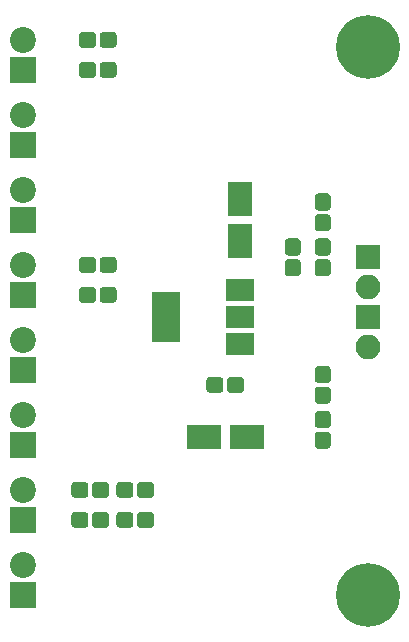
<source format=gts>
G04 #@! TF.GenerationSoftware,KiCad,Pcbnew,(6.0.0-rc1-dev)*
G04 #@! TF.CreationDate,2018-08-10T23:28:26+02:00*
G04 #@! TF.ProjectId,sender,73656E6465722E6B696361645F706362,rev?*
G04 #@! TF.SameCoordinates,PX6ed25c8PY45a45e8*
G04 #@! TF.FileFunction,Soldermask,Top*
G04 #@! TF.FilePolarity,Negative*
%FSLAX46Y46*%
G04 Gerber Fmt 4.6, Leading zero omitted, Abs format (unit mm)*
G04 Created by KiCad (PCBNEW (6.0.0-rc1-dev)) date Fri Aug 10 23:28:26 2018*
%MOMM*%
%LPD*%
G01*
G04 APERTURE LIST*
%ADD10C,5.400000*%
%ADD11C,0.100000*%
%ADD12C,1.350000*%
%ADD13R,3.000000X2.000000*%
%ADD14R,2.000000X3.000000*%
%ADD15O,2.100000X2.100000*%
%ADD16R,2.100000X2.100000*%
%ADD17C,2.200000*%
%ADD18R,2.200000X2.200000*%
%ADD19R,2.400000X4.200000*%
%ADD20R,2.400000X1.900000*%
G04 APERTURE END LIST*
D10*
G04 #@! TO.C,REF\002A\002A*
X32385000Y-50165000D03*
G04 #@! TD*
D11*
G04 #@! TO.C,D10*
G36*
X28945581Y-36346625D02*
X28978343Y-36351485D01*
X29010471Y-36359533D01*
X29041656Y-36370691D01*
X29071596Y-36384852D01*
X29100005Y-36401879D01*
X29126608Y-36421609D01*
X29151149Y-36443851D01*
X29173391Y-36468392D01*
X29193121Y-36494995D01*
X29210148Y-36523404D01*
X29224309Y-36553344D01*
X29235467Y-36584529D01*
X29243515Y-36616657D01*
X29248375Y-36649419D01*
X29250000Y-36682500D01*
X29250000Y-37457500D01*
X29248375Y-37490581D01*
X29243515Y-37523343D01*
X29235467Y-37555471D01*
X29224309Y-37586656D01*
X29210148Y-37616596D01*
X29193121Y-37645005D01*
X29173391Y-37671608D01*
X29151149Y-37696149D01*
X29126608Y-37718391D01*
X29100005Y-37738121D01*
X29071596Y-37755148D01*
X29041656Y-37769309D01*
X29010471Y-37780467D01*
X28978343Y-37788515D01*
X28945581Y-37793375D01*
X28912500Y-37795000D01*
X28237500Y-37795000D01*
X28204419Y-37793375D01*
X28171657Y-37788515D01*
X28139529Y-37780467D01*
X28108344Y-37769309D01*
X28078404Y-37755148D01*
X28049995Y-37738121D01*
X28023392Y-37718391D01*
X27998851Y-37696149D01*
X27976609Y-37671608D01*
X27956879Y-37645005D01*
X27939852Y-37616596D01*
X27925691Y-37586656D01*
X27914533Y-37555471D01*
X27906485Y-37523343D01*
X27901625Y-37490581D01*
X27900000Y-37457500D01*
X27900000Y-36682500D01*
X27901625Y-36649419D01*
X27906485Y-36616657D01*
X27914533Y-36584529D01*
X27925691Y-36553344D01*
X27939852Y-36523404D01*
X27956879Y-36494995D01*
X27976609Y-36468392D01*
X27998851Y-36443851D01*
X28023392Y-36421609D01*
X28049995Y-36401879D01*
X28078404Y-36384852D01*
X28108344Y-36370691D01*
X28139529Y-36359533D01*
X28171657Y-36351485D01*
X28204419Y-36346625D01*
X28237500Y-36345000D01*
X28912500Y-36345000D01*
X28945581Y-36346625D01*
X28945581Y-36346625D01*
G37*
D12*
X28575000Y-37070000D03*
D11*
G36*
X28945581Y-34596625D02*
X28978343Y-34601485D01*
X29010471Y-34609533D01*
X29041656Y-34620691D01*
X29071596Y-34634852D01*
X29100005Y-34651879D01*
X29126608Y-34671609D01*
X29151149Y-34693851D01*
X29173391Y-34718392D01*
X29193121Y-34744995D01*
X29210148Y-34773404D01*
X29224309Y-34803344D01*
X29235467Y-34834529D01*
X29243515Y-34866657D01*
X29248375Y-34899419D01*
X29250000Y-34932500D01*
X29250000Y-35707500D01*
X29248375Y-35740581D01*
X29243515Y-35773343D01*
X29235467Y-35805471D01*
X29224309Y-35836656D01*
X29210148Y-35866596D01*
X29193121Y-35895005D01*
X29173391Y-35921608D01*
X29151149Y-35946149D01*
X29126608Y-35968391D01*
X29100005Y-35988121D01*
X29071596Y-36005148D01*
X29041656Y-36019309D01*
X29010471Y-36030467D01*
X28978343Y-36038515D01*
X28945581Y-36043375D01*
X28912500Y-36045000D01*
X28237500Y-36045000D01*
X28204419Y-36043375D01*
X28171657Y-36038515D01*
X28139529Y-36030467D01*
X28108344Y-36019309D01*
X28078404Y-36005148D01*
X28049995Y-35988121D01*
X28023392Y-35968391D01*
X27998851Y-35946149D01*
X27976609Y-35921608D01*
X27956879Y-35895005D01*
X27939852Y-35866596D01*
X27925691Y-35836656D01*
X27914533Y-35805471D01*
X27906485Y-35773343D01*
X27901625Y-35740581D01*
X27900000Y-35707500D01*
X27900000Y-34932500D01*
X27901625Y-34899419D01*
X27906485Y-34866657D01*
X27914533Y-34834529D01*
X27925691Y-34803344D01*
X27939852Y-34773404D01*
X27956879Y-34744995D01*
X27976609Y-34718392D01*
X27998851Y-34693851D01*
X28023392Y-34671609D01*
X28049995Y-34651879D01*
X28078404Y-34634852D01*
X28108344Y-34620691D01*
X28139529Y-34609533D01*
X28171657Y-34601485D01*
X28204419Y-34596625D01*
X28237500Y-34595000D01*
X28912500Y-34595000D01*
X28945581Y-34596625D01*
X28945581Y-34596625D01*
G37*
D12*
X28575000Y-35320000D03*
G04 #@! TD*
D13*
G04 #@! TO.C,C4*
X22120000Y-36830000D03*
X18520000Y-36830000D03*
G04 #@! TD*
D14*
G04 #@! TO.C,C1*
X21590000Y-20215000D03*
X21590000Y-16615000D03*
G04 #@! TD*
D11*
G04 #@! TO.C,C2*
G36*
X26405581Y-19991625D02*
X26438343Y-19996485D01*
X26470471Y-20004533D01*
X26501656Y-20015691D01*
X26531596Y-20029852D01*
X26560005Y-20046879D01*
X26586608Y-20066609D01*
X26611149Y-20088851D01*
X26633391Y-20113392D01*
X26653121Y-20139995D01*
X26670148Y-20168404D01*
X26684309Y-20198344D01*
X26695467Y-20229529D01*
X26703515Y-20261657D01*
X26708375Y-20294419D01*
X26710000Y-20327500D01*
X26710000Y-21102500D01*
X26708375Y-21135581D01*
X26703515Y-21168343D01*
X26695467Y-21200471D01*
X26684309Y-21231656D01*
X26670148Y-21261596D01*
X26653121Y-21290005D01*
X26633391Y-21316608D01*
X26611149Y-21341149D01*
X26586608Y-21363391D01*
X26560005Y-21383121D01*
X26531596Y-21400148D01*
X26501656Y-21414309D01*
X26470471Y-21425467D01*
X26438343Y-21433515D01*
X26405581Y-21438375D01*
X26372500Y-21440000D01*
X25697500Y-21440000D01*
X25664419Y-21438375D01*
X25631657Y-21433515D01*
X25599529Y-21425467D01*
X25568344Y-21414309D01*
X25538404Y-21400148D01*
X25509995Y-21383121D01*
X25483392Y-21363391D01*
X25458851Y-21341149D01*
X25436609Y-21316608D01*
X25416879Y-21290005D01*
X25399852Y-21261596D01*
X25385691Y-21231656D01*
X25374533Y-21200471D01*
X25366485Y-21168343D01*
X25361625Y-21135581D01*
X25360000Y-21102500D01*
X25360000Y-20327500D01*
X25361625Y-20294419D01*
X25366485Y-20261657D01*
X25374533Y-20229529D01*
X25385691Y-20198344D01*
X25399852Y-20168404D01*
X25416879Y-20139995D01*
X25436609Y-20113392D01*
X25458851Y-20088851D01*
X25483392Y-20066609D01*
X25509995Y-20046879D01*
X25538404Y-20029852D01*
X25568344Y-20015691D01*
X25599529Y-20004533D01*
X25631657Y-19996485D01*
X25664419Y-19991625D01*
X25697500Y-19990000D01*
X26372500Y-19990000D01*
X26405581Y-19991625D01*
X26405581Y-19991625D01*
G37*
D12*
X26035000Y-20715000D03*
D11*
G36*
X26405581Y-21741625D02*
X26438343Y-21746485D01*
X26470471Y-21754533D01*
X26501656Y-21765691D01*
X26531596Y-21779852D01*
X26560005Y-21796879D01*
X26586608Y-21816609D01*
X26611149Y-21838851D01*
X26633391Y-21863392D01*
X26653121Y-21889995D01*
X26670148Y-21918404D01*
X26684309Y-21948344D01*
X26695467Y-21979529D01*
X26703515Y-22011657D01*
X26708375Y-22044419D01*
X26710000Y-22077500D01*
X26710000Y-22852500D01*
X26708375Y-22885581D01*
X26703515Y-22918343D01*
X26695467Y-22950471D01*
X26684309Y-22981656D01*
X26670148Y-23011596D01*
X26653121Y-23040005D01*
X26633391Y-23066608D01*
X26611149Y-23091149D01*
X26586608Y-23113391D01*
X26560005Y-23133121D01*
X26531596Y-23150148D01*
X26501656Y-23164309D01*
X26470471Y-23175467D01*
X26438343Y-23183515D01*
X26405581Y-23188375D01*
X26372500Y-23190000D01*
X25697500Y-23190000D01*
X25664419Y-23188375D01*
X25631657Y-23183515D01*
X25599529Y-23175467D01*
X25568344Y-23164309D01*
X25538404Y-23150148D01*
X25509995Y-23133121D01*
X25483392Y-23113391D01*
X25458851Y-23091149D01*
X25436609Y-23066608D01*
X25416879Y-23040005D01*
X25399852Y-23011596D01*
X25385691Y-22981656D01*
X25374533Y-22950471D01*
X25366485Y-22918343D01*
X25361625Y-22885581D01*
X25360000Y-22852500D01*
X25360000Y-22077500D01*
X25361625Y-22044419D01*
X25366485Y-22011657D01*
X25374533Y-21979529D01*
X25385691Y-21948344D01*
X25399852Y-21918404D01*
X25416879Y-21889995D01*
X25436609Y-21863392D01*
X25458851Y-21838851D01*
X25483392Y-21816609D01*
X25509995Y-21796879D01*
X25538404Y-21779852D01*
X25568344Y-21765691D01*
X25599529Y-21754533D01*
X25631657Y-21746485D01*
X25664419Y-21741625D01*
X25697500Y-21740000D01*
X26372500Y-21740000D01*
X26405581Y-21741625D01*
X26405581Y-21741625D01*
G37*
D12*
X26035000Y-22465000D03*
G04 #@! TD*
D11*
G04 #@! TO.C,C3*
G36*
X19865581Y-31711625D02*
X19898343Y-31716485D01*
X19930471Y-31724533D01*
X19961656Y-31735691D01*
X19991596Y-31749852D01*
X20020005Y-31766879D01*
X20046608Y-31786609D01*
X20071149Y-31808851D01*
X20093391Y-31833392D01*
X20113121Y-31859995D01*
X20130148Y-31888404D01*
X20144309Y-31918344D01*
X20155467Y-31949529D01*
X20163515Y-31981657D01*
X20168375Y-32014419D01*
X20170000Y-32047500D01*
X20170000Y-32722500D01*
X20168375Y-32755581D01*
X20163515Y-32788343D01*
X20155467Y-32820471D01*
X20144309Y-32851656D01*
X20130148Y-32881596D01*
X20113121Y-32910005D01*
X20093391Y-32936608D01*
X20071149Y-32961149D01*
X20046608Y-32983391D01*
X20020005Y-33003121D01*
X19991596Y-33020148D01*
X19961656Y-33034309D01*
X19930471Y-33045467D01*
X19898343Y-33053515D01*
X19865581Y-33058375D01*
X19832500Y-33060000D01*
X19057500Y-33060000D01*
X19024419Y-33058375D01*
X18991657Y-33053515D01*
X18959529Y-33045467D01*
X18928344Y-33034309D01*
X18898404Y-33020148D01*
X18869995Y-33003121D01*
X18843392Y-32983391D01*
X18818851Y-32961149D01*
X18796609Y-32936608D01*
X18776879Y-32910005D01*
X18759852Y-32881596D01*
X18745691Y-32851656D01*
X18734533Y-32820471D01*
X18726485Y-32788343D01*
X18721625Y-32755581D01*
X18720000Y-32722500D01*
X18720000Y-32047500D01*
X18721625Y-32014419D01*
X18726485Y-31981657D01*
X18734533Y-31949529D01*
X18745691Y-31918344D01*
X18759852Y-31888404D01*
X18776879Y-31859995D01*
X18796609Y-31833392D01*
X18818851Y-31808851D01*
X18843392Y-31786609D01*
X18869995Y-31766879D01*
X18898404Y-31749852D01*
X18928344Y-31735691D01*
X18959529Y-31724533D01*
X18991657Y-31716485D01*
X19024419Y-31711625D01*
X19057500Y-31710000D01*
X19832500Y-31710000D01*
X19865581Y-31711625D01*
X19865581Y-31711625D01*
G37*
D12*
X19445000Y-32385000D03*
D11*
G36*
X21615581Y-31711625D02*
X21648343Y-31716485D01*
X21680471Y-31724533D01*
X21711656Y-31735691D01*
X21741596Y-31749852D01*
X21770005Y-31766879D01*
X21796608Y-31786609D01*
X21821149Y-31808851D01*
X21843391Y-31833392D01*
X21863121Y-31859995D01*
X21880148Y-31888404D01*
X21894309Y-31918344D01*
X21905467Y-31949529D01*
X21913515Y-31981657D01*
X21918375Y-32014419D01*
X21920000Y-32047500D01*
X21920000Y-32722500D01*
X21918375Y-32755581D01*
X21913515Y-32788343D01*
X21905467Y-32820471D01*
X21894309Y-32851656D01*
X21880148Y-32881596D01*
X21863121Y-32910005D01*
X21843391Y-32936608D01*
X21821149Y-32961149D01*
X21796608Y-32983391D01*
X21770005Y-33003121D01*
X21741596Y-33020148D01*
X21711656Y-33034309D01*
X21680471Y-33045467D01*
X21648343Y-33053515D01*
X21615581Y-33058375D01*
X21582500Y-33060000D01*
X20807500Y-33060000D01*
X20774419Y-33058375D01*
X20741657Y-33053515D01*
X20709529Y-33045467D01*
X20678344Y-33034309D01*
X20648404Y-33020148D01*
X20619995Y-33003121D01*
X20593392Y-32983391D01*
X20568851Y-32961149D01*
X20546609Y-32936608D01*
X20526879Y-32910005D01*
X20509852Y-32881596D01*
X20495691Y-32851656D01*
X20484533Y-32820471D01*
X20476485Y-32788343D01*
X20471625Y-32755581D01*
X20470000Y-32722500D01*
X20470000Y-32047500D01*
X20471625Y-32014419D01*
X20476485Y-31981657D01*
X20484533Y-31949529D01*
X20495691Y-31918344D01*
X20509852Y-31888404D01*
X20526879Y-31859995D01*
X20546609Y-31833392D01*
X20568851Y-31808851D01*
X20593392Y-31786609D01*
X20619995Y-31766879D01*
X20648404Y-31749852D01*
X20678344Y-31735691D01*
X20709529Y-31724533D01*
X20741657Y-31716485D01*
X20774419Y-31711625D01*
X20807500Y-31710000D01*
X21582500Y-31710000D01*
X21615581Y-31711625D01*
X21615581Y-31711625D01*
G37*
D12*
X21195000Y-32385000D03*
G04 #@! TD*
D15*
G04 #@! TO.C,J2*
X32385000Y-29210000D03*
D16*
X32385000Y-26670000D03*
G04 #@! TD*
G04 #@! TO.C,J1*
X32385000Y-21590000D03*
D15*
X32385000Y-24130000D03*
G04 #@! TD*
D11*
G04 #@! TO.C,D1*
G36*
X28945581Y-16181625D02*
X28978343Y-16186485D01*
X29010471Y-16194533D01*
X29041656Y-16205691D01*
X29071596Y-16219852D01*
X29100005Y-16236879D01*
X29126608Y-16256609D01*
X29151149Y-16278851D01*
X29173391Y-16303392D01*
X29193121Y-16329995D01*
X29210148Y-16358404D01*
X29224309Y-16388344D01*
X29235467Y-16419529D01*
X29243515Y-16451657D01*
X29248375Y-16484419D01*
X29250000Y-16517500D01*
X29250000Y-17292500D01*
X29248375Y-17325581D01*
X29243515Y-17358343D01*
X29235467Y-17390471D01*
X29224309Y-17421656D01*
X29210148Y-17451596D01*
X29193121Y-17480005D01*
X29173391Y-17506608D01*
X29151149Y-17531149D01*
X29126608Y-17553391D01*
X29100005Y-17573121D01*
X29071596Y-17590148D01*
X29041656Y-17604309D01*
X29010471Y-17615467D01*
X28978343Y-17623515D01*
X28945581Y-17628375D01*
X28912500Y-17630000D01*
X28237500Y-17630000D01*
X28204419Y-17628375D01*
X28171657Y-17623515D01*
X28139529Y-17615467D01*
X28108344Y-17604309D01*
X28078404Y-17590148D01*
X28049995Y-17573121D01*
X28023392Y-17553391D01*
X27998851Y-17531149D01*
X27976609Y-17506608D01*
X27956879Y-17480005D01*
X27939852Y-17451596D01*
X27925691Y-17421656D01*
X27914533Y-17390471D01*
X27906485Y-17358343D01*
X27901625Y-17325581D01*
X27900000Y-17292500D01*
X27900000Y-16517500D01*
X27901625Y-16484419D01*
X27906485Y-16451657D01*
X27914533Y-16419529D01*
X27925691Y-16388344D01*
X27939852Y-16358404D01*
X27956879Y-16329995D01*
X27976609Y-16303392D01*
X27998851Y-16278851D01*
X28023392Y-16256609D01*
X28049995Y-16236879D01*
X28078404Y-16219852D01*
X28108344Y-16205691D01*
X28139529Y-16194533D01*
X28171657Y-16186485D01*
X28204419Y-16181625D01*
X28237500Y-16180000D01*
X28912500Y-16180000D01*
X28945581Y-16181625D01*
X28945581Y-16181625D01*
G37*
D12*
X28575000Y-16905000D03*
D11*
G36*
X28945581Y-17931625D02*
X28978343Y-17936485D01*
X29010471Y-17944533D01*
X29041656Y-17955691D01*
X29071596Y-17969852D01*
X29100005Y-17986879D01*
X29126608Y-18006609D01*
X29151149Y-18028851D01*
X29173391Y-18053392D01*
X29193121Y-18079995D01*
X29210148Y-18108404D01*
X29224309Y-18138344D01*
X29235467Y-18169529D01*
X29243515Y-18201657D01*
X29248375Y-18234419D01*
X29250000Y-18267500D01*
X29250000Y-19042500D01*
X29248375Y-19075581D01*
X29243515Y-19108343D01*
X29235467Y-19140471D01*
X29224309Y-19171656D01*
X29210148Y-19201596D01*
X29193121Y-19230005D01*
X29173391Y-19256608D01*
X29151149Y-19281149D01*
X29126608Y-19303391D01*
X29100005Y-19323121D01*
X29071596Y-19340148D01*
X29041656Y-19354309D01*
X29010471Y-19365467D01*
X28978343Y-19373515D01*
X28945581Y-19378375D01*
X28912500Y-19380000D01*
X28237500Y-19380000D01*
X28204419Y-19378375D01*
X28171657Y-19373515D01*
X28139529Y-19365467D01*
X28108344Y-19354309D01*
X28078404Y-19340148D01*
X28049995Y-19323121D01*
X28023392Y-19303391D01*
X27998851Y-19281149D01*
X27976609Y-19256608D01*
X27956879Y-19230005D01*
X27939852Y-19201596D01*
X27925691Y-19171656D01*
X27914533Y-19140471D01*
X27906485Y-19108343D01*
X27901625Y-19075581D01*
X27900000Y-19042500D01*
X27900000Y-18267500D01*
X27901625Y-18234419D01*
X27906485Y-18201657D01*
X27914533Y-18169529D01*
X27925691Y-18138344D01*
X27939852Y-18108404D01*
X27956879Y-18079995D01*
X27976609Y-18053392D01*
X27998851Y-18028851D01*
X28023392Y-18006609D01*
X28049995Y-17986879D01*
X28078404Y-17969852D01*
X28108344Y-17955691D01*
X28139529Y-17944533D01*
X28171657Y-17936485D01*
X28204419Y-17931625D01*
X28237500Y-17930000D01*
X28912500Y-17930000D01*
X28945581Y-17931625D01*
X28945581Y-17931625D01*
G37*
D12*
X28575000Y-18655000D03*
G04 #@! TD*
D17*
G04 #@! TO.C,D9*
X3175000Y-47625000D03*
D18*
X3175000Y-50165000D03*
G04 #@! TD*
G04 #@! TO.C,D7*
X3175000Y-37465000D03*
D17*
X3175000Y-34925000D03*
G04 #@! TD*
G04 #@! TO.C,D6*
X3175000Y-15875000D03*
D18*
X3175000Y-18415000D03*
G04 #@! TD*
G04 #@! TO.C,D5*
X3175000Y-31115000D03*
D17*
X3175000Y-28575000D03*
G04 #@! TD*
G04 #@! TO.C,D4*
X3175000Y-22225000D03*
D18*
X3175000Y-24765000D03*
G04 #@! TD*
G04 #@! TO.C,D3*
X3175000Y-12065000D03*
D17*
X3175000Y-9525000D03*
G04 #@! TD*
G04 #@! TO.C,D2*
X3175000Y-3175000D03*
D18*
X3175000Y-5715000D03*
G04 #@! TD*
G04 #@! TO.C,D8*
X3175000Y-43815000D03*
D17*
X3175000Y-41275000D03*
G04 #@! TD*
D19*
G04 #@! TO.C,U1*
X15265000Y-26670000D03*
D20*
X21565000Y-26670000D03*
X21565000Y-24370000D03*
X21565000Y-28970000D03*
G04 #@! TD*
D11*
G04 #@! TO.C,R10*
G36*
X28945581Y-32536625D02*
X28978343Y-32541485D01*
X29010471Y-32549533D01*
X29041656Y-32560691D01*
X29071596Y-32574852D01*
X29100005Y-32591879D01*
X29126608Y-32611609D01*
X29151149Y-32633851D01*
X29173391Y-32658392D01*
X29193121Y-32684995D01*
X29210148Y-32713404D01*
X29224309Y-32743344D01*
X29235467Y-32774529D01*
X29243515Y-32806657D01*
X29248375Y-32839419D01*
X29250000Y-32872500D01*
X29250000Y-33647500D01*
X29248375Y-33680581D01*
X29243515Y-33713343D01*
X29235467Y-33745471D01*
X29224309Y-33776656D01*
X29210148Y-33806596D01*
X29193121Y-33835005D01*
X29173391Y-33861608D01*
X29151149Y-33886149D01*
X29126608Y-33908391D01*
X29100005Y-33928121D01*
X29071596Y-33945148D01*
X29041656Y-33959309D01*
X29010471Y-33970467D01*
X28978343Y-33978515D01*
X28945581Y-33983375D01*
X28912500Y-33985000D01*
X28237500Y-33985000D01*
X28204419Y-33983375D01*
X28171657Y-33978515D01*
X28139529Y-33970467D01*
X28108344Y-33959309D01*
X28078404Y-33945148D01*
X28049995Y-33928121D01*
X28023392Y-33908391D01*
X27998851Y-33886149D01*
X27976609Y-33861608D01*
X27956879Y-33835005D01*
X27939852Y-33806596D01*
X27925691Y-33776656D01*
X27914533Y-33745471D01*
X27906485Y-33713343D01*
X27901625Y-33680581D01*
X27900000Y-33647500D01*
X27900000Y-32872500D01*
X27901625Y-32839419D01*
X27906485Y-32806657D01*
X27914533Y-32774529D01*
X27925691Y-32743344D01*
X27939852Y-32713404D01*
X27956879Y-32684995D01*
X27976609Y-32658392D01*
X27998851Y-32633851D01*
X28023392Y-32611609D01*
X28049995Y-32591879D01*
X28078404Y-32574852D01*
X28108344Y-32560691D01*
X28139529Y-32549533D01*
X28171657Y-32541485D01*
X28204419Y-32536625D01*
X28237500Y-32535000D01*
X28912500Y-32535000D01*
X28945581Y-32536625D01*
X28945581Y-32536625D01*
G37*
D12*
X28575000Y-33260000D03*
D11*
G36*
X28945581Y-30786625D02*
X28978343Y-30791485D01*
X29010471Y-30799533D01*
X29041656Y-30810691D01*
X29071596Y-30824852D01*
X29100005Y-30841879D01*
X29126608Y-30861609D01*
X29151149Y-30883851D01*
X29173391Y-30908392D01*
X29193121Y-30934995D01*
X29210148Y-30963404D01*
X29224309Y-30993344D01*
X29235467Y-31024529D01*
X29243515Y-31056657D01*
X29248375Y-31089419D01*
X29250000Y-31122500D01*
X29250000Y-31897500D01*
X29248375Y-31930581D01*
X29243515Y-31963343D01*
X29235467Y-31995471D01*
X29224309Y-32026656D01*
X29210148Y-32056596D01*
X29193121Y-32085005D01*
X29173391Y-32111608D01*
X29151149Y-32136149D01*
X29126608Y-32158391D01*
X29100005Y-32178121D01*
X29071596Y-32195148D01*
X29041656Y-32209309D01*
X29010471Y-32220467D01*
X28978343Y-32228515D01*
X28945581Y-32233375D01*
X28912500Y-32235000D01*
X28237500Y-32235000D01*
X28204419Y-32233375D01*
X28171657Y-32228515D01*
X28139529Y-32220467D01*
X28108344Y-32209309D01*
X28078404Y-32195148D01*
X28049995Y-32178121D01*
X28023392Y-32158391D01*
X27998851Y-32136149D01*
X27976609Y-32111608D01*
X27956879Y-32085005D01*
X27939852Y-32056596D01*
X27925691Y-32026656D01*
X27914533Y-31995471D01*
X27906485Y-31963343D01*
X27901625Y-31930581D01*
X27900000Y-31897500D01*
X27900000Y-31122500D01*
X27901625Y-31089419D01*
X27906485Y-31056657D01*
X27914533Y-31024529D01*
X27925691Y-30993344D01*
X27939852Y-30963404D01*
X27956879Y-30934995D01*
X27976609Y-30908392D01*
X27998851Y-30883851D01*
X28023392Y-30861609D01*
X28049995Y-30841879D01*
X28078404Y-30824852D01*
X28108344Y-30810691D01*
X28139529Y-30799533D01*
X28171657Y-30791485D01*
X28204419Y-30786625D01*
X28237500Y-30785000D01*
X28912500Y-30785000D01*
X28945581Y-30786625D01*
X28945581Y-30786625D01*
G37*
D12*
X28575000Y-31510000D03*
G04 #@! TD*
D11*
G04 #@! TO.C,R1*
G36*
X28945581Y-21741625D02*
X28978343Y-21746485D01*
X29010471Y-21754533D01*
X29041656Y-21765691D01*
X29071596Y-21779852D01*
X29100005Y-21796879D01*
X29126608Y-21816609D01*
X29151149Y-21838851D01*
X29173391Y-21863392D01*
X29193121Y-21889995D01*
X29210148Y-21918404D01*
X29224309Y-21948344D01*
X29235467Y-21979529D01*
X29243515Y-22011657D01*
X29248375Y-22044419D01*
X29250000Y-22077500D01*
X29250000Y-22852500D01*
X29248375Y-22885581D01*
X29243515Y-22918343D01*
X29235467Y-22950471D01*
X29224309Y-22981656D01*
X29210148Y-23011596D01*
X29193121Y-23040005D01*
X29173391Y-23066608D01*
X29151149Y-23091149D01*
X29126608Y-23113391D01*
X29100005Y-23133121D01*
X29071596Y-23150148D01*
X29041656Y-23164309D01*
X29010471Y-23175467D01*
X28978343Y-23183515D01*
X28945581Y-23188375D01*
X28912500Y-23190000D01*
X28237500Y-23190000D01*
X28204419Y-23188375D01*
X28171657Y-23183515D01*
X28139529Y-23175467D01*
X28108344Y-23164309D01*
X28078404Y-23150148D01*
X28049995Y-23133121D01*
X28023392Y-23113391D01*
X27998851Y-23091149D01*
X27976609Y-23066608D01*
X27956879Y-23040005D01*
X27939852Y-23011596D01*
X27925691Y-22981656D01*
X27914533Y-22950471D01*
X27906485Y-22918343D01*
X27901625Y-22885581D01*
X27900000Y-22852500D01*
X27900000Y-22077500D01*
X27901625Y-22044419D01*
X27906485Y-22011657D01*
X27914533Y-21979529D01*
X27925691Y-21948344D01*
X27939852Y-21918404D01*
X27956879Y-21889995D01*
X27976609Y-21863392D01*
X27998851Y-21838851D01*
X28023392Y-21816609D01*
X28049995Y-21796879D01*
X28078404Y-21779852D01*
X28108344Y-21765691D01*
X28139529Y-21754533D01*
X28171657Y-21746485D01*
X28204419Y-21741625D01*
X28237500Y-21740000D01*
X28912500Y-21740000D01*
X28945581Y-21741625D01*
X28945581Y-21741625D01*
G37*
D12*
X28575000Y-22465000D03*
D11*
G36*
X28945581Y-19991625D02*
X28978343Y-19996485D01*
X29010471Y-20004533D01*
X29041656Y-20015691D01*
X29071596Y-20029852D01*
X29100005Y-20046879D01*
X29126608Y-20066609D01*
X29151149Y-20088851D01*
X29173391Y-20113392D01*
X29193121Y-20139995D01*
X29210148Y-20168404D01*
X29224309Y-20198344D01*
X29235467Y-20229529D01*
X29243515Y-20261657D01*
X29248375Y-20294419D01*
X29250000Y-20327500D01*
X29250000Y-21102500D01*
X29248375Y-21135581D01*
X29243515Y-21168343D01*
X29235467Y-21200471D01*
X29224309Y-21231656D01*
X29210148Y-21261596D01*
X29193121Y-21290005D01*
X29173391Y-21316608D01*
X29151149Y-21341149D01*
X29126608Y-21363391D01*
X29100005Y-21383121D01*
X29071596Y-21400148D01*
X29041656Y-21414309D01*
X29010471Y-21425467D01*
X28978343Y-21433515D01*
X28945581Y-21438375D01*
X28912500Y-21440000D01*
X28237500Y-21440000D01*
X28204419Y-21438375D01*
X28171657Y-21433515D01*
X28139529Y-21425467D01*
X28108344Y-21414309D01*
X28078404Y-21400148D01*
X28049995Y-21383121D01*
X28023392Y-21363391D01*
X27998851Y-21341149D01*
X27976609Y-21316608D01*
X27956879Y-21290005D01*
X27939852Y-21261596D01*
X27925691Y-21231656D01*
X27914533Y-21200471D01*
X27906485Y-21168343D01*
X27901625Y-21135581D01*
X27900000Y-21102500D01*
X27900000Y-20327500D01*
X27901625Y-20294419D01*
X27906485Y-20261657D01*
X27914533Y-20229529D01*
X27925691Y-20198344D01*
X27939852Y-20168404D01*
X27956879Y-20139995D01*
X27976609Y-20113392D01*
X27998851Y-20088851D01*
X28023392Y-20066609D01*
X28049995Y-20046879D01*
X28078404Y-20029852D01*
X28108344Y-20015691D01*
X28139529Y-20004533D01*
X28171657Y-19996485D01*
X28204419Y-19991625D01*
X28237500Y-19990000D01*
X28912500Y-19990000D01*
X28945581Y-19991625D01*
X28945581Y-19991625D01*
G37*
D12*
X28575000Y-20715000D03*
G04 #@! TD*
D11*
G04 #@! TO.C,R2*
G36*
X9070581Y-5041625D02*
X9103343Y-5046485D01*
X9135471Y-5054533D01*
X9166656Y-5065691D01*
X9196596Y-5079852D01*
X9225005Y-5096879D01*
X9251608Y-5116609D01*
X9276149Y-5138851D01*
X9298391Y-5163392D01*
X9318121Y-5189995D01*
X9335148Y-5218404D01*
X9349309Y-5248344D01*
X9360467Y-5279529D01*
X9368515Y-5311657D01*
X9373375Y-5344419D01*
X9375000Y-5377500D01*
X9375000Y-6052500D01*
X9373375Y-6085581D01*
X9368515Y-6118343D01*
X9360467Y-6150471D01*
X9349309Y-6181656D01*
X9335148Y-6211596D01*
X9318121Y-6240005D01*
X9298391Y-6266608D01*
X9276149Y-6291149D01*
X9251608Y-6313391D01*
X9225005Y-6333121D01*
X9196596Y-6350148D01*
X9166656Y-6364309D01*
X9135471Y-6375467D01*
X9103343Y-6383515D01*
X9070581Y-6388375D01*
X9037500Y-6390000D01*
X8262500Y-6390000D01*
X8229419Y-6388375D01*
X8196657Y-6383515D01*
X8164529Y-6375467D01*
X8133344Y-6364309D01*
X8103404Y-6350148D01*
X8074995Y-6333121D01*
X8048392Y-6313391D01*
X8023851Y-6291149D01*
X8001609Y-6266608D01*
X7981879Y-6240005D01*
X7964852Y-6211596D01*
X7950691Y-6181656D01*
X7939533Y-6150471D01*
X7931485Y-6118343D01*
X7926625Y-6085581D01*
X7925000Y-6052500D01*
X7925000Y-5377500D01*
X7926625Y-5344419D01*
X7931485Y-5311657D01*
X7939533Y-5279529D01*
X7950691Y-5248344D01*
X7964852Y-5218404D01*
X7981879Y-5189995D01*
X8001609Y-5163392D01*
X8023851Y-5138851D01*
X8048392Y-5116609D01*
X8074995Y-5096879D01*
X8103404Y-5079852D01*
X8133344Y-5065691D01*
X8164529Y-5054533D01*
X8196657Y-5046485D01*
X8229419Y-5041625D01*
X8262500Y-5040000D01*
X9037500Y-5040000D01*
X9070581Y-5041625D01*
X9070581Y-5041625D01*
G37*
D12*
X8650000Y-5715000D03*
D11*
G36*
X10820581Y-5041625D02*
X10853343Y-5046485D01*
X10885471Y-5054533D01*
X10916656Y-5065691D01*
X10946596Y-5079852D01*
X10975005Y-5096879D01*
X11001608Y-5116609D01*
X11026149Y-5138851D01*
X11048391Y-5163392D01*
X11068121Y-5189995D01*
X11085148Y-5218404D01*
X11099309Y-5248344D01*
X11110467Y-5279529D01*
X11118515Y-5311657D01*
X11123375Y-5344419D01*
X11125000Y-5377500D01*
X11125000Y-6052500D01*
X11123375Y-6085581D01*
X11118515Y-6118343D01*
X11110467Y-6150471D01*
X11099309Y-6181656D01*
X11085148Y-6211596D01*
X11068121Y-6240005D01*
X11048391Y-6266608D01*
X11026149Y-6291149D01*
X11001608Y-6313391D01*
X10975005Y-6333121D01*
X10946596Y-6350148D01*
X10916656Y-6364309D01*
X10885471Y-6375467D01*
X10853343Y-6383515D01*
X10820581Y-6388375D01*
X10787500Y-6390000D01*
X10012500Y-6390000D01*
X9979419Y-6388375D01*
X9946657Y-6383515D01*
X9914529Y-6375467D01*
X9883344Y-6364309D01*
X9853404Y-6350148D01*
X9824995Y-6333121D01*
X9798392Y-6313391D01*
X9773851Y-6291149D01*
X9751609Y-6266608D01*
X9731879Y-6240005D01*
X9714852Y-6211596D01*
X9700691Y-6181656D01*
X9689533Y-6150471D01*
X9681485Y-6118343D01*
X9676625Y-6085581D01*
X9675000Y-6052500D01*
X9675000Y-5377500D01*
X9676625Y-5344419D01*
X9681485Y-5311657D01*
X9689533Y-5279529D01*
X9700691Y-5248344D01*
X9714852Y-5218404D01*
X9731879Y-5189995D01*
X9751609Y-5163392D01*
X9773851Y-5138851D01*
X9798392Y-5116609D01*
X9824995Y-5096879D01*
X9853404Y-5079852D01*
X9883344Y-5065691D01*
X9914529Y-5054533D01*
X9946657Y-5046485D01*
X9979419Y-5041625D01*
X10012500Y-5040000D01*
X10787500Y-5040000D01*
X10820581Y-5041625D01*
X10820581Y-5041625D01*
G37*
D12*
X10400000Y-5715000D03*
G04 #@! TD*
D11*
G04 #@! TO.C,R3*
G36*
X10820581Y-2501625D02*
X10853343Y-2506485D01*
X10885471Y-2514533D01*
X10916656Y-2525691D01*
X10946596Y-2539852D01*
X10975005Y-2556879D01*
X11001608Y-2576609D01*
X11026149Y-2598851D01*
X11048391Y-2623392D01*
X11068121Y-2649995D01*
X11085148Y-2678404D01*
X11099309Y-2708344D01*
X11110467Y-2739529D01*
X11118515Y-2771657D01*
X11123375Y-2804419D01*
X11125000Y-2837500D01*
X11125000Y-3512500D01*
X11123375Y-3545581D01*
X11118515Y-3578343D01*
X11110467Y-3610471D01*
X11099309Y-3641656D01*
X11085148Y-3671596D01*
X11068121Y-3700005D01*
X11048391Y-3726608D01*
X11026149Y-3751149D01*
X11001608Y-3773391D01*
X10975005Y-3793121D01*
X10946596Y-3810148D01*
X10916656Y-3824309D01*
X10885471Y-3835467D01*
X10853343Y-3843515D01*
X10820581Y-3848375D01*
X10787500Y-3850000D01*
X10012500Y-3850000D01*
X9979419Y-3848375D01*
X9946657Y-3843515D01*
X9914529Y-3835467D01*
X9883344Y-3824309D01*
X9853404Y-3810148D01*
X9824995Y-3793121D01*
X9798392Y-3773391D01*
X9773851Y-3751149D01*
X9751609Y-3726608D01*
X9731879Y-3700005D01*
X9714852Y-3671596D01*
X9700691Y-3641656D01*
X9689533Y-3610471D01*
X9681485Y-3578343D01*
X9676625Y-3545581D01*
X9675000Y-3512500D01*
X9675000Y-2837500D01*
X9676625Y-2804419D01*
X9681485Y-2771657D01*
X9689533Y-2739529D01*
X9700691Y-2708344D01*
X9714852Y-2678404D01*
X9731879Y-2649995D01*
X9751609Y-2623392D01*
X9773851Y-2598851D01*
X9798392Y-2576609D01*
X9824995Y-2556879D01*
X9853404Y-2539852D01*
X9883344Y-2525691D01*
X9914529Y-2514533D01*
X9946657Y-2506485D01*
X9979419Y-2501625D01*
X10012500Y-2500000D01*
X10787500Y-2500000D01*
X10820581Y-2501625D01*
X10820581Y-2501625D01*
G37*
D12*
X10400000Y-3175000D03*
D11*
G36*
X9070581Y-2501625D02*
X9103343Y-2506485D01*
X9135471Y-2514533D01*
X9166656Y-2525691D01*
X9196596Y-2539852D01*
X9225005Y-2556879D01*
X9251608Y-2576609D01*
X9276149Y-2598851D01*
X9298391Y-2623392D01*
X9318121Y-2649995D01*
X9335148Y-2678404D01*
X9349309Y-2708344D01*
X9360467Y-2739529D01*
X9368515Y-2771657D01*
X9373375Y-2804419D01*
X9375000Y-2837500D01*
X9375000Y-3512500D01*
X9373375Y-3545581D01*
X9368515Y-3578343D01*
X9360467Y-3610471D01*
X9349309Y-3641656D01*
X9335148Y-3671596D01*
X9318121Y-3700005D01*
X9298391Y-3726608D01*
X9276149Y-3751149D01*
X9251608Y-3773391D01*
X9225005Y-3793121D01*
X9196596Y-3810148D01*
X9166656Y-3824309D01*
X9135471Y-3835467D01*
X9103343Y-3843515D01*
X9070581Y-3848375D01*
X9037500Y-3850000D01*
X8262500Y-3850000D01*
X8229419Y-3848375D01*
X8196657Y-3843515D01*
X8164529Y-3835467D01*
X8133344Y-3824309D01*
X8103404Y-3810148D01*
X8074995Y-3793121D01*
X8048392Y-3773391D01*
X8023851Y-3751149D01*
X8001609Y-3726608D01*
X7981879Y-3700005D01*
X7964852Y-3671596D01*
X7950691Y-3641656D01*
X7939533Y-3610471D01*
X7931485Y-3578343D01*
X7926625Y-3545581D01*
X7925000Y-3512500D01*
X7925000Y-2837500D01*
X7926625Y-2804419D01*
X7931485Y-2771657D01*
X7939533Y-2739529D01*
X7950691Y-2708344D01*
X7964852Y-2678404D01*
X7981879Y-2649995D01*
X8001609Y-2623392D01*
X8023851Y-2598851D01*
X8048392Y-2576609D01*
X8074995Y-2556879D01*
X8103404Y-2539852D01*
X8133344Y-2525691D01*
X8164529Y-2514533D01*
X8196657Y-2506485D01*
X8229419Y-2501625D01*
X8262500Y-2500000D01*
X9037500Y-2500000D01*
X9070581Y-2501625D01*
X9070581Y-2501625D01*
G37*
D12*
X8650000Y-3175000D03*
G04 #@! TD*
D11*
G04 #@! TO.C,R4*
G36*
X9070581Y-21551625D02*
X9103343Y-21556485D01*
X9135471Y-21564533D01*
X9166656Y-21575691D01*
X9196596Y-21589852D01*
X9225005Y-21606879D01*
X9251608Y-21626609D01*
X9276149Y-21648851D01*
X9298391Y-21673392D01*
X9318121Y-21699995D01*
X9335148Y-21728404D01*
X9349309Y-21758344D01*
X9360467Y-21789529D01*
X9368515Y-21821657D01*
X9373375Y-21854419D01*
X9375000Y-21887500D01*
X9375000Y-22562500D01*
X9373375Y-22595581D01*
X9368515Y-22628343D01*
X9360467Y-22660471D01*
X9349309Y-22691656D01*
X9335148Y-22721596D01*
X9318121Y-22750005D01*
X9298391Y-22776608D01*
X9276149Y-22801149D01*
X9251608Y-22823391D01*
X9225005Y-22843121D01*
X9196596Y-22860148D01*
X9166656Y-22874309D01*
X9135471Y-22885467D01*
X9103343Y-22893515D01*
X9070581Y-22898375D01*
X9037500Y-22900000D01*
X8262500Y-22900000D01*
X8229419Y-22898375D01*
X8196657Y-22893515D01*
X8164529Y-22885467D01*
X8133344Y-22874309D01*
X8103404Y-22860148D01*
X8074995Y-22843121D01*
X8048392Y-22823391D01*
X8023851Y-22801149D01*
X8001609Y-22776608D01*
X7981879Y-22750005D01*
X7964852Y-22721596D01*
X7950691Y-22691656D01*
X7939533Y-22660471D01*
X7931485Y-22628343D01*
X7926625Y-22595581D01*
X7925000Y-22562500D01*
X7925000Y-21887500D01*
X7926625Y-21854419D01*
X7931485Y-21821657D01*
X7939533Y-21789529D01*
X7950691Y-21758344D01*
X7964852Y-21728404D01*
X7981879Y-21699995D01*
X8001609Y-21673392D01*
X8023851Y-21648851D01*
X8048392Y-21626609D01*
X8074995Y-21606879D01*
X8103404Y-21589852D01*
X8133344Y-21575691D01*
X8164529Y-21564533D01*
X8196657Y-21556485D01*
X8229419Y-21551625D01*
X8262500Y-21550000D01*
X9037500Y-21550000D01*
X9070581Y-21551625D01*
X9070581Y-21551625D01*
G37*
D12*
X8650000Y-22225000D03*
D11*
G36*
X10820581Y-21551625D02*
X10853343Y-21556485D01*
X10885471Y-21564533D01*
X10916656Y-21575691D01*
X10946596Y-21589852D01*
X10975005Y-21606879D01*
X11001608Y-21626609D01*
X11026149Y-21648851D01*
X11048391Y-21673392D01*
X11068121Y-21699995D01*
X11085148Y-21728404D01*
X11099309Y-21758344D01*
X11110467Y-21789529D01*
X11118515Y-21821657D01*
X11123375Y-21854419D01*
X11125000Y-21887500D01*
X11125000Y-22562500D01*
X11123375Y-22595581D01*
X11118515Y-22628343D01*
X11110467Y-22660471D01*
X11099309Y-22691656D01*
X11085148Y-22721596D01*
X11068121Y-22750005D01*
X11048391Y-22776608D01*
X11026149Y-22801149D01*
X11001608Y-22823391D01*
X10975005Y-22843121D01*
X10946596Y-22860148D01*
X10916656Y-22874309D01*
X10885471Y-22885467D01*
X10853343Y-22893515D01*
X10820581Y-22898375D01*
X10787500Y-22900000D01*
X10012500Y-22900000D01*
X9979419Y-22898375D01*
X9946657Y-22893515D01*
X9914529Y-22885467D01*
X9883344Y-22874309D01*
X9853404Y-22860148D01*
X9824995Y-22843121D01*
X9798392Y-22823391D01*
X9773851Y-22801149D01*
X9751609Y-22776608D01*
X9731879Y-22750005D01*
X9714852Y-22721596D01*
X9700691Y-22691656D01*
X9689533Y-22660471D01*
X9681485Y-22628343D01*
X9676625Y-22595581D01*
X9675000Y-22562500D01*
X9675000Y-21887500D01*
X9676625Y-21854419D01*
X9681485Y-21821657D01*
X9689533Y-21789529D01*
X9700691Y-21758344D01*
X9714852Y-21728404D01*
X9731879Y-21699995D01*
X9751609Y-21673392D01*
X9773851Y-21648851D01*
X9798392Y-21626609D01*
X9824995Y-21606879D01*
X9853404Y-21589852D01*
X9883344Y-21575691D01*
X9914529Y-21564533D01*
X9946657Y-21556485D01*
X9979419Y-21551625D01*
X10012500Y-21550000D01*
X10787500Y-21550000D01*
X10820581Y-21551625D01*
X10820581Y-21551625D01*
G37*
D12*
X10400000Y-22225000D03*
G04 #@! TD*
D11*
G04 #@! TO.C,R5*
G36*
X10820581Y-24091625D02*
X10853343Y-24096485D01*
X10885471Y-24104533D01*
X10916656Y-24115691D01*
X10946596Y-24129852D01*
X10975005Y-24146879D01*
X11001608Y-24166609D01*
X11026149Y-24188851D01*
X11048391Y-24213392D01*
X11068121Y-24239995D01*
X11085148Y-24268404D01*
X11099309Y-24298344D01*
X11110467Y-24329529D01*
X11118515Y-24361657D01*
X11123375Y-24394419D01*
X11125000Y-24427500D01*
X11125000Y-25102500D01*
X11123375Y-25135581D01*
X11118515Y-25168343D01*
X11110467Y-25200471D01*
X11099309Y-25231656D01*
X11085148Y-25261596D01*
X11068121Y-25290005D01*
X11048391Y-25316608D01*
X11026149Y-25341149D01*
X11001608Y-25363391D01*
X10975005Y-25383121D01*
X10946596Y-25400148D01*
X10916656Y-25414309D01*
X10885471Y-25425467D01*
X10853343Y-25433515D01*
X10820581Y-25438375D01*
X10787500Y-25440000D01*
X10012500Y-25440000D01*
X9979419Y-25438375D01*
X9946657Y-25433515D01*
X9914529Y-25425467D01*
X9883344Y-25414309D01*
X9853404Y-25400148D01*
X9824995Y-25383121D01*
X9798392Y-25363391D01*
X9773851Y-25341149D01*
X9751609Y-25316608D01*
X9731879Y-25290005D01*
X9714852Y-25261596D01*
X9700691Y-25231656D01*
X9689533Y-25200471D01*
X9681485Y-25168343D01*
X9676625Y-25135581D01*
X9675000Y-25102500D01*
X9675000Y-24427500D01*
X9676625Y-24394419D01*
X9681485Y-24361657D01*
X9689533Y-24329529D01*
X9700691Y-24298344D01*
X9714852Y-24268404D01*
X9731879Y-24239995D01*
X9751609Y-24213392D01*
X9773851Y-24188851D01*
X9798392Y-24166609D01*
X9824995Y-24146879D01*
X9853404Y-24129852D01*
X9883344Y-24115691D01*
X9914529Y-24104533D01*
X9946657Y-24096485D01*
X9979419Y-24091625D01*
X10012500Y-24090000D01*
X10787500Y-24090000D01*
X10820581Y-24091625D01*
X10820581Y-24091625D01*
G37*
D12*
X10400000Y-24765000D03*
D11*
G36*
X9070581Y-24091625D02*
X9103343Y-24096485D01*
X9135471Y-24104533D01*
X9166656Y-24115691D01*
X9196596Y-24129852D01*
X9225005Y-24146879D01*
X9251608Y-24166609D01*
X9276149Y-24188851D01*
X9298391Y-24213392D01*
X9318121Y-24239995D01*
X9335148Y-24268404D01*
X9349309Y-24298344D01*
X9360467Y-24329529D01*
X9368515Y-24361657D01*
X9373375Y-24394419D01*
X9375000Y-24427500D01*
X9375000Y-25102500D01*
X9373375Y-25135581D01*
X9368515Y-25168343D01*
X9360467Y-25200471D01*
X9349309Y-25231656D01*
X9335148Y-25261596D01*
X9318121Y-25290005D01*
X9298391Y-25316608D01*
X9276149Y-25341149D01*
X9251608Y-25363391D01*
X9225005Y-25383121D01*
X9196596Y-25400148D01*
X9166656Y-25414309D01*
X9135471Y-25425467D01*
X9103343Y-25433515D01*
X9070581Y-25438375D01*
X9037500Y-25440000D01*
X8262500Y-25440000D01*
X8229419Y-25438375D01*
X8196657Y-25433515D01*
X8164529Y-25425467D01*
X8133344Y-25414309D01*
X8103404Y-25400148D01*
X8074995Y-25383121D01*
X8048392Y-25363391D01*
X8023851Y-25341149D01*
X8001609Y-25316608D01*
X7981879Y-25290005D01*
X7964852Y-25261596D01*
X7950691Y-25231656D01*
X7939533Y-25200471D01*
X7931485Y-25168343D01*
X7926625Y-25135581D01*
X7925000Y-25102500D01*
X7925000Y-24427500D01*
X7926625Y-24394419D01*
X7931485Y-24361657D01*
X7939533Y-24329529D01*
X7950691Y-24298344D01*
X7964852Y-24268404D01*
X7981879Y-24239995D01*
X8001609Y-24213392D01*
X8023851Y-24188851D01*
X8048392Y-24166609D01*
X8074995Y-24146879D01*
X8103404Y-24129852D01*
X8133344Y-24115691D01*
X8164529Y-24104533D01*
X8196657Y-24096485D01*
X8229419Y-24091625D01*
X8262500Y-24090000D01*
X9037500Y-24090000D01*
X9070581Y-24091625D01*
X9070581Y-24091625D01*
G37*
D12*
X8650000Y-24765000D03*
G04 #@! TD*
D11*
G04 #@! TO.C,R6*
G36*
X12245581Y-40601625D02*
X12278343Y-40606485D01*
X12310471Y-40614533D01*
X12341656Y-40625691D01*
X12371596Y-40639852D01*
X12400005Y-40656879D01*
X12426608Y-40676609D01*
X12451149Y-40698851D01*
X12473391Y-40723392D01*
X12493121Y-40749995D01*
X12510148Y-40778404D01*
X12524309Y-40808344D01*
X12535467Y-40839529D01*
X12543515Y-40871657D01*
X12548375Y-40904419D01*
X12550000Y-40937500D01*
X12550000Y-41612500D01*
X12548375Y-41645581D01*
X12543515Y-41678343D01*
X12535467Y-41710471D01*
X12524309Y-41741656D01*
X12510148Y-41771596D01*
X12493121Y-41800005D01*
X12473391Y-41826608D01*
X12451149Y-41851149D01*
X12426608Y-41873391D01*
X12400005Y-41893121D01*
X12371596Y-41910148D01*
X12341656Y-41924309D01*
X12310471Y-41935467D01*
X12278343Y-41943515D01*
X12245581Y-41948375D01*
X12212500Y-41950000D01*
X11437500Y-41950000D01*
X11404419Y-41948375D01*
X11371657Y-41943515D01*
X11339529Y-41935467D01*
X11308344Y-41924309D01*
X11278404Y-41910148D01*
X11249995Y-41893121D01*
X11223392Y-41873391D01*
X11198851Y-41851149D01*
X11176609Y-41826608D01*
X11156879Y-41800005D01*
X11139852Y-41771596D01*
X11125691Y-41741656D01*
X11114533Y-41710471D01*
X11106485Y-41678343D01*
X11101625Y-41645581D01*
X11100000Y-41612500D01*
X11100000Y-40937500D01*
X11101625Y-40904419D01*
X11106485Y-40871657D01*
X11114533Y-40839529D01*
X11125691Y-40808344D01*
X11139852Y-40778404D01*
X11156879Y-40749995D01*
X11176609Y-40723392D01*
X11198851Y-40698851D01*
X11223392Y-40676609D01*
X11249995Y-40656879D01*
X11278404Y-40639852D01*
X11308344Y-40625691D01*
X11339529Y-40614533D01*
X11371657Y-40606485D01*
X11404419Y-40601625D01*
X11437500Y-40600000D01*
X12212500Y-40600000D01*
X12245581Y-40601625D01*
X12245581Y-40601625D01*
G37*
D12*
X11825000Y-41275000D03*
D11*
G36*
X13995581Y-40601625D02*
X14028343Y-40606485D01*
X14060471Y-40614533D01*
X14091656Y-40625691D01*
X14121596Y-40639852D01*
X14150005Y-40656879D01*
X14176608Y-40676609D01*
X14201149Y-40698851D01*
X14223391Y-40723392D01*
X14243121Y-40749995D01*
X14260148Y-40778404D01*
X14274309Y-40808344D01*
X14285467Y-40839529D01*
X14293515Y-40871657D01*
X14298375Y-40904419D01*
X14300000Y-40937500D01*
X14300000Y-41612500D01*
X14298375Y-41645581D01*
X14293515Y-41678343D01*
X14285467Y-41710471D01*
X14274309Y-41741656D01*
X14260148Y-41771596D01*
X14243121Y-41800005D01*
X14223391Y-41826608D01*
X14201149Y-41851149D01*
X14176608Y-41873391D01*
X14150005Y-41893121D01*
X14121596Y-41910148D01*
X14091656Y-41924309D01*
X14060471Y-41935467D01*
X14028343Y-41943515D01*
X13995581Y-41948375D01*
X13962500Y-41950000D01*
X13187500Y-41950000D01*
X13154419Y-41948375D01*
X13121657Y-41943515D01*
X13089529Y-41935467D01*
X13058344Y-41924309D01*
X13028404Y-41910148D01*
X12999995Y-41893121D01*
X12973392Y-41873391D01*
X12948851Y-41851149D01*
X12926609Y-41826608D01*
X12906879Y-41800005D01*
X12889852Y-41771596D01*
X12875691Y-41741656D01*
X12864533Y-41710471D01*
X12856485Y-41678343D01*
X12851625Y-41645581D01*
X12850000Y-41612500D01*
X12850000Y-40937500D01*
X12851625Y-40904419D01*
X12856485Y-40871657D01*
X12864533Y-40839529D01*
X12875691Y-40808344D01*
X12889852Y-40778404D01*
X12906879Y-40749995D01*
X12926609Y-40723392D01*
X12948851Y-40698851D01*
X12973392Y-40676609D01*
X12999995Y-40656879D01*
X13028404Y-40639852D01*
X13058344Y-40625691D01*
X13089529Y-40614533D01*
X13121657Y-40606485D01*
X13154419Y-40601625D01*
X13187500Y-40600000D01*
X13962500Y-40600000D01*
X13995581Y-40601625D01*
X13995581Y-40601625D01*
G37*
D12*
X13575000Y-41275000D03*
G04 #@! TD*
D11*
G04 #@! TO.C,R7*
G36*
X10185581Y-40601625D02*
X10218343Y-40606485D01*
X10250471Y-40614533D01*
X10281656Y-40625691D01*
X10311596Y-40639852D01*
X10340005Y-40656879D01*
X10366608Y-40676609D01*
X10391149Y-40698851D01*
X10413391Y-40723392D01*
X10433121Y-40749995D01*
X10450148Y-40778404D01*
X10464309Y-40808344D01*
X10475467Y-40839529D01*
X10483515Y-40871657D01*
X10488375Y-40904419D01*
X10490000Y-40937500D01*
X10490000Y-41612500D01*
X10488375Y-41645581D01*
X10483515Y-41678343D01*
X10475467Y-41710471D01*
X10464309Y-41741656D01*
X10450148Y-41771596D01*
X10433121Y-41800005D01*
X10413391Y-41826608D01*
X10391149Y-41851149D01*
X10366608Y-41873391D01*
X10340005Y-41893121D01*
X10311596Y-41910148D01*
X10281656Y-41924309D01*
X10250471Y-41935467D01*
X10218343Y-41943515D01*
X10185581Y-41948375D01*
X10152500Y-41950000D01*
X9377500Y-41950000D01*
X9344419Y-41948375D01*
X9311657Y-41943515D01*
X9279529Y-41935467D01*
X9248344Y-41924309D01*
X9218404Y-41910148D01*
X9189995Y-41893121D01*
X9163392Y-41873391D01*
X9138851Y-41851149D01*
X9116609Y-41826608D01*
X9096879Y-41800005D01*
X9079852Y-41771596D01*
X9065691Y-41741656D01*
X9054533Y-41710471D01*
X9046485Y-41678343D01*
X9041625Y-41645581D01*
X9040000Y-41612500D01*
X9040000Y-40937500D01*
X9041625Y-40904419D01*
X9046485Y-40871657D01*
X9054533Y-40839529D01*
X9065691Y-40808344D01*
X9079852Y-40778404D01*
X9096879Y-40749995D01*
X9116609Y-40723392D01*
X9138851Y-40698851D01*
X9163392Y-40676609D01*
X9189995Y-40656879D01*
X9218404Y-40639852D01*
X9248344Y-40625691D01*
X9279529Y-40614533D01*
X9311657Y-40606485D01*
X9344419Y-40601625D01*
X9377500Y-40600000D01*
X10152500Y-40600000D01*
X10185581Y-40601625D01*
X10185581Y-40601625D01*
G37*
D12*
X9765000Y-41275000D03*
D11*
G36*
X8435581Y-40601625D02*
X8468343Y-40606485D01*
X8500471Y-40614533D01*
X8531656Y-40625691D01*
X8561596Y-40639852D01*
X8590005Y-40656879D01*
X8616608Y-40676609D01*
X8641149Y-40698851D01*
X8663391Y-40723392D01*
X8683121Y-40749995D01*
X8700148Y-40778404D01*
X8714309Y-40808344D01*
X8725467Y-40839529D01*
X8733515Y-40871657D01*
X8738375Y-40904419D01*
X8740000Y-40937500D01*
X8740000Y-41612500D01*
X8738375Y-41645581D01*
X8733515Y-41678343D01*
X8725467Y-41710471D01*
X8714309Y-41741656D01*
X8700148Y-41771596D01*
X8683121Y-41800005D01*
X8663391Y-41826608D01*
X8641149Y-41851149D01*
X8616608Y-41873391D01*
X8590005Y-41893121D01*
X8561596Y-41910148D01*
X8531656Y-41924309D01*
X8500471Y-41935467D01*
X8468343Y-41943515D01*
X8435581Y-41948375D01*
X8402500Y-41950000D01*
X7627500Y-41950000D01*
X7594419Y-41948375D01*
X7561657Y-41943515D01*
X7529529Y-41935467D01*
X7498344Y-41924309D01*
X7468404Y-41910148D01*
X7439995Y-41893121D01*
X7413392Y-41873391D01*
X7388851Y-41851149D01*
X7366609Y-41826608D01*
X7346879Y-41800005D01*
X7329852Y-41771596D01*
X7315691Y-41741656D01*
X7304533Y-41710471D01*
X7296485Y-41678343D01*
X7291625Y-41645581D01*
X7290000Y-41612500D01*
X7290000Y-40937500D01*
X7291625Y-40904419D01*
X7296485Y-40871657D01*
X7304533Y-40839529D01*
X7315691Y-40808344D01*
X7329852Y-40778404D01*
X7346879Y-40749995D01*
X7366609Y-40723392D01*
X7388851Y-40698851D01*
X7413392Y-40676609D01*
X7439995Y-40656879D01*
X7468404Y-40639852D01*
X7498344Y-40625691D01*
X7529529Y-40614533D01*
X7561657Y-40606485D01*
X7594419Y-40601625D01*
X7627500Y-40600000D01*
X8402500Y-40600000D01*
X8435581Y-40601625D01*
X8435581Y-40601625D01*
G37*
D12*
X8015000Y-41275000D03*
G04 #@! TD*
D11*
G04 #@! TO.C,R8*
G36*
X12245581Y-43141625D02*
X12278343Y-43146485D01*
X12310471Y-43154533D01*
X12341656Y-43165691D01*
X12371596Y-43179852D01*
X12400005Y-43196879D01*
X12426608Y-43216609D01*
X12451149Y-43238851D01*
X12473391Y-43263392D01*
X12493121Y-43289995D01*
X12510148Y-43318404D01*
X12524309Y-43348344D01*
X12535467Y-43379529D01*
X12543515Y-43411657D01*
X12548375Y-43444419D01*
X12550000Y-43477500D01*
X12550000Y-44152500D01*
X12548375Y-44185581D01*
X12543515Y-44218343D01*
X12535467Y-44250471D01*
X12524309Y-44281656D01*
X12510148Y-44311596D01*
X12493121Y-44340005D01*
X12473391Y-44366608D01*
X12451149Y-44391149D01*
X12426608Y-44413391D01*
X12400005Y-44433121D01*
X12371596Y-44450148D01*
X12341656Y-44464309D01*
X12310471Y-44475467D01*
X12278343Y-44483515D01*
X12245581Y-44488375D01*
X12212500Y-44490000D01*
X11437500Y-44490000D01*
X11404419Y-44488375D01*
X11371657Y-44483515D01*
X11339529Y-44475467D01*
X11308344Y-44464309D01*
X11278404Y-44450148D01*
X11249995Y-44433121D01*
X11223392Y-44413391D01*
X11198851Y-44391149D01*
X11176609Y-44366608D01*
X11156879Y-44340005D01*
X11139852Y-44311596D01*
X11125691Y-44281656D01*
X11114533Y-44250471D01*
X11106485Y-44218343D01*
X11101625Y-44185581D01*
X11100000Y-44152500D01*
X11100000Y-43477500D01*
X11101625Y-43444419D01*
X11106485Y-43411657D01*
X11114533Y-43379529D01*
X11125691Y-43348344D01*
X11139852Y-43318404D01*
X11156879Y-43289995D01*
X11176609Y-43263392D01*
X11198851Y-43238851D01*
X11223392Y-43216609D01*
X11249995Y-43196879D01*
X11278404Y-43179852D01*
X11308344Y-43165691D01*
X11339529Y-43154533D01*
X11371657Y-43146485D01*
X11404419Y-43141625D01*
X11437500Y-43140000D01*
X12212500Y-43140000D01*
X12245581Y-43141625D01*
X12245581Y-43141625D01*
G37*
D12*
X11825000Y-43815000D03*
D11*
G36*
X13995581Y-43141625D02*
X14028343Y-43146485D01*
X14060471Y-43154533D01*
X14091656Y-43165691D01*
X14121596Y-43179852D01*
X14150005Y-43196879D01*
X14176608Y-43216609D01*
X14201149Y-43238851D01*
X14223391Y-43263392D01*
X14243121Y-43289995D01*
X14260148Y-43318404D01*
X14274309Y-43348344D01*
X14285467Y-43379529D01*
X14293515Y-43411657D01*
X14298375Y-43444419D01*
X14300000Y-43477500D01*
X14300000Y-44152500D01*
X14298375Y-44185581D01*
X14293515Y-44218343D01*
X14285467Y-44250471D01*
X14274309Y-44281656D01*
X14260148Y-44311596D01*
X14243121Y-44340005D01*
X14223391Y-44366608D01*
X14201149Y-44391149D01*
X14176608Y-44413391D01*
X14150005Y-44433121D01*
X14121596Y-44450148D01*
X14091656Y-44464309D01*
X14060471Y-44475467D01*
X14028343Y-44483515D01*
X13995581Y-44488375D01*
X13962500Y-44490000D01*
X13187500Y-44490000D01*
X13154419Y-44488375D01*
X13121657Y-44483515D01*
X13089529Y-44475467D01*
X13058344Y-44464309D01*
X13028404Y-44450148D01*
X12999995Y-44433121D01*
X12973392Y-44413391D01*
X12948851Y-44391149D01*
X12926609Y-44366608D01*
X12906879Y-44340005D01*
X12889852Y-44311596D01*
X12875691Y-44281656D01*
X12864533Y-44250471D01*
X12856485Y-44218343D01*
X12851625Y-44185581D01*
X12850000Y-44152500D01*
X12850000Y-43477500D01*
X12851625Y-43444419D01*
X12856485Y-43411657D01*
X12864533Y-43379529D01*
X12875691Y-43348344D01*
X12889852Y-43318404D01*
X12906879Y-43289995D01*
X12926609Y-43263392D01*
X12948851Y-43238851D01*
X12973392Y-43216609D01*
X12999995Y-43196879D01*
X13028404Y-43179852D01*
X13058344Y-43165691D01*
X13089529Y-43154533D01*
X13121657Y-43146485D01*
X13154419Y-43141625D01*
X13187500Y-43140000D01*
X13962500Y-43140000D01*
X13995581Y-43141625D01*
X13995581Y-43141625D01*
G37*
D12*
X13575000Y-43815000D03*
G04 #@! TD*
D11*
G04 #@! TO.C,R9*
G36*
X10185581Y-43141625D02*
X10218343Y-43146485D01*
X10250471Y-43154533D01*
X10281656Y-43165691D01*
X10311596Y-43179852D01*
X10340005Y-43196879D01*
X10366608Y-43216609D01*
X10391149Y-43238851D01*
X10413391Y-43263392D01*
X10433121Y-43289995D01*
X10450148Y-43318404D01*
X10464309Y-43348344D01*
X10475467Y-43379529D01*
X10483515Y-43411657D01*
X10488375Y-43444419D01*
X10490000Y-43477500D01*
X10490000Y-44152500D01*
X10488375Y-44185581D01*
X10483515Y-44218343D01*
X10475467Y-44250471D01*
X10464309Y-44281656D01*
X10450148Y-44311596D01*
X10433121Y-44340005D01*
X10413391Y-44366608D01*
X10391149Y-44391149D01*
X10366608Y-44413391D01*
X10340005Y-44433121D01*
X10311596Y-44450148D01*
X10281656Y-44464309D01*
X10250471Y-44475467D01*
X10218343Y-44483515D01*
X10185581Y-44488375D01*
X10152500Y-44490000D01*
X9377500Y-44490000D01*
X9344419Y-44488375D01*
X9311657Y-44483515D01*
X9279529Y-44475467D01*
X9248344Y-44464309D01*
X9218404Y-44450148D01*
X9189995Y-44433121D01*
X9163392Y-44413391D01*
X9138851Y-44391149D01*
X9116609Y-44366608D01*
X9096879Y-44340005D01*
X9079852Y-44311596D01*
X9065691Y-44281656D01*
X9054533Y-44250471D01*
X9046485Y-44218343D01*
X9041625Y-44185581D01*
X9040000Y-44152500D01*
X9040000Y-43477500D01*
X9041625Y-43444419D01*
X9046485Y-43411657D01*
X9054533Y-43379529D01*
X9065691Y-43348344D01*
X9079852Y-43318404D01*
X9096879Y-43289995D01*
X9116609Y-43263392D01*
X9138851Y-43238851D01*
X9163392Y-43216609D01*
X9189995Y-43196879D01*
X9218404Y-43179852D01*
X9248344Y-43165691D01*
X9279529Y-43154533D01*
X9311657Y-43146485D01*
X9344419Y-43141625D01*
X9377500Y-43140000D01*
X10152500Y-43140000D01*
X10185581Y-43141625D01*
X10185581Y-43141625D01*
G37*
D12*
X9765000Y-43815000D03*
D11*
G36*
X8435581Y-43141625D02*
X8468343Y-43146485D01*
X8500471Y-43154533D01*
X8531656Y-43165691D01*
X8561596Y-43179852D01*
X8590005Y-43196879D01*
X8616608Y-43216609D01*
X8641149Y-43238851D01*
X8663391Y-43263392D01*
X8683121Y-43289995D01*
X8700148Y-43318404D01*
X8714309Y-43348344D01*
X8725467Y-43379529D01*
X8733515Y-43411657D01*
X8738375Y-43444419D01*
X8740000Y-43477500D01*
X8740000Y-44152500D01*
X8738375Y-44185581D01*
X8733515Y-44218343D01*
X8725467Y-44250471D01*
X8714309Y-44281656D01*
X8700148Y-44311596D01*
X8683121Y-44340005D01*
X8663391Y-44366608D01*
X8641149Y-44391149D01*
X8616608Y-44413391D01*
X8590005Y-44433121D01*
X8561596Y-44450148D01*
X8531656Y-44464309D01*
X8500471Y-44475467D01*
X8468343Y-44483515D01*
X8435581Y-44488375D01*
X8402500Y-44490000D01*
X7627500Y-44490000D01*
X7594419Y-44488375D01*
X7561657Y-44483515D01*
X7529529Y-44475467D01*
X7498344Y-44464309D01*
X7468404Y-44450148D01*
X7439995Y-44433121D01*
X7413392Y-44413391D01*
X7388851Y-44391149D01*
X7366609Y-44366608D01*
X7346879Y-44340005D01*
X7329852Y-44311596D01*
X7315691Y-44281656D01*
X7304533Y-44250471D01*
X7296485Y-44218343D01*
X7291625Y-44185581D01*
X7290000Y-44152500D01*
X7290000Y-43477500D01*
X7291625Y-43444419D01*
X7296485Y-43411657D01*
X7304533Y-43379529D01*
X7315691Y-43348344D01*
X7329852Y-43318404D01*
X7346879Y-43289995D01*
X7366609Y-43263392D01*
X7388851Y-43238851D01*
X7413392Y-43216609D01*
X7439995Y-43196879D01*
X7468404Y-43179852D01*
X7498344Y-43165691D01*
X7529529Y-43154533D01*
X7561657Y-43146485D01*
X7594419Y-43141625D01*
X7627500Y-43140000D01*
X8402500Y-43140000D01*
X8435581Y-43141625D01*
X8435581Y-43141625D01*
G37*
D12*
X8015000Y-43815000D03*
G04 #@! TD*
D10*
G04 #@! TO.C,REF\002A\002A*
X32385000Y-3810000D03*
G04 #@! TD*
M02*

</source>
